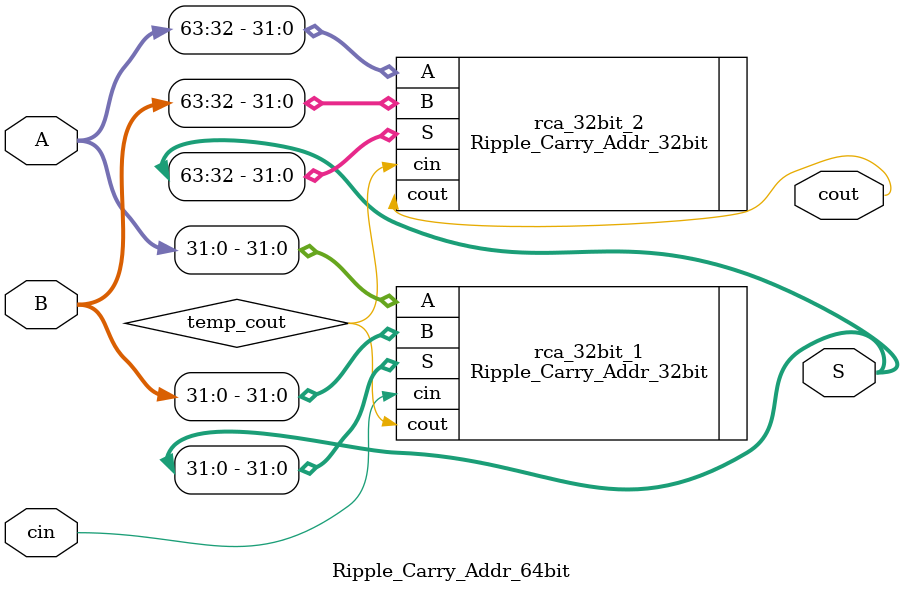
<source format=v>
`timescale 1ns / 1ps
module Ripple_Carry_Addr_64bit(A, B, cin, S, cout);
    input[63:0] A, B;
    input cin;
    output[63:0] S;
    output cout;

    wire temp_cout;
    // 2 instantiated 8-bit ripple carry adders
    Ripple_Carry_Addr_32bit rca_32bit_1(.A(A[31:0]),.B(B[31:0]),.cin(cin),.S(S[31:0]),.cout(temp_cout));
	 Ripple_Carry_Addr_32bit rca_32bit_2(.A(A[63:32]),.B(B[63:32]),.cin(temp_cout),.S(S[63:32]),.cout(cout));
endmodule
</source>
